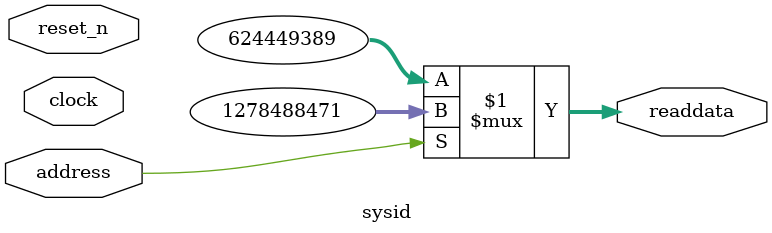
<source format=v>

`timescale 1ns / 1ps
// synthesis translate_on

// turn off superfluous verilog processor warnings 
// altera message_level Level1 
// altera message_off 10034 10035 10036 10037 10230 10240 10030 

module sysid (
               // inputs:
                address,
                clock,
                reset_n,

               // outputs:
                readdata
             )
;

  output  [ 31: 0] readdata;
  input            address;
  input            clock;
  input            reset_n;

  wire    [ 31: 0] readdata;
  //control_slave, which is an e_avalon_slave
  assign readdata = address ? 1278488471 : 624449389;

endmodule


</source>
